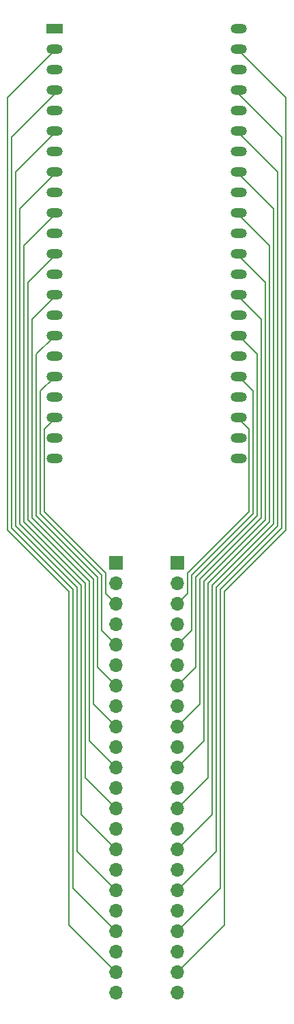
<source format=gbr>
%TF.GenerationSoftware,KiCad,Pcbnew,8.0.0*%
%TF.CreationDate,2024-02-24T18:53:26+01:00*%
%TF.ProjectId,ESP32-S3-Breadboard-Adapter,45535033-322d-4533-932d-427265616462,rev?*%
%TF.SameCoordinates,Original*%
%TF.FileFunction,Copper,L2,Bot*%
%TF.FilePolarity,Positive*%
%FSLAX46Y46*%
G04 Gerber Fmt 4.6, Leading zero omitted, Abs format (unit mm)*
G04 Created by KiCad (PCBNEW 8.0.0) date 2024-02-24 18:53:26*
%MOMM*%
%LPD*%
G01*
G04 APERTURE LIST*
%TA.AperFunction,ComponentPad*%
%ADD10R,2.000000X1.200000*%
%TD*%
%TA.AperFunction,ComponentPad*%
%ADD11O,2.000000X1.200000*%
%TD*%
%TA.AperFunction,ComponentPad*%
%ADD12R,1.700000X1.700000*%
%TD*%
%TA.AperFunction,ComponentPad*%
%ADD13O,1.700000X1.700000*%
%TD*%
%TA.AperFunction,Conductor*%
%ADD14C,0.200000*%
%TD*%
G04 APERTURE END LIST*
D10*
%TO.P,REF\u002A\u002A,1*%
%TO.N,N/C*%
X127003680Y-42928720D03*
D11*
%TO.P,REF\u002A\u002A,2*%
X127003680Y-45468720D03*
%TO.P,REF\u002A\u002A,3*%
X127003680Y-48008720D03*
%TO.P,REF\u002A\u002A,4*%
X127003680Y-50548720D03*
%TO.P,REF\u002A\u002A,5*%
X127003680Y-53088720D03*
%TO.P,REF\u002A\u002A,6*%
X127003680Y-55628720D03*
%TO.P,REF\u002A\u002A,7*%
X127003680Y-58168720D03*
%TO.P,REF\u002A\u002A,8*%
X127003680Y-60708720D03*
%TO.P,REF\u002A\u002A,9*%
X127003680Y-63248720D03*
%TO.P,REF\u002A\u002A,10*%
X127003680Y-65788720D03*
%TO.P,REF\u002A\u002A,11*%
X127003680Y-68328720D03*
%TO.P,REF\u002A\u002A,12*%
X127003680Y-70868720D03*
%TO.P,REF\u002A\u002A,13*%
X127003680Y-73408720D03*
%TO.P,REF\u002A\u002A,14*%
X127003680Y-75948720D03*
%TO.P,REF\u002A\u002A,15*%
X127003680Y-78488720D03*
%TO.P,REF\u002A\u002A,16*%
X127003680Y-81028720D03*
%TO.P,REF\u002A\u002A,17*%
X127003680Y-83568720D03*
%TO.P,REF\u002A\u002A,18*%
X127003680Y-86108720D03*
%TO.P,REF\u002A\u002A,19*%
X127003680Y-88648720D03*
%TO.P,REF\u002A\u002A,20*%
X127000000Y-91186000D03*
%TO.P,REF\u002A\u002A,21*%
X127000000Y-93726000D03*
%TO.P,REF\u002A\u002A,22*%
X127000000Y-96266000D03*
%TO.P,REF\u002A\u002A,23*%
X149863680Y-96268720D03*
%TO.P,REF\u002A\u002A,24*%
X149863680Y-93728720D03*
%TO.P,REF\u002A\u002A,25*%
X149863680Y-91188720D03*
%TO.P,REF\u002A\u002A,26*%
X149863680Y-88648720D03*
%TO.P,REF\u002A\u002A,27*%
X149863680Y-86108720D03*
%TO.P,REF\u002A\u002A,28*%
X149863680Y-83568720D03*
%TO.P,REF\u002A\u002A,29*%
X149863680Y-81028720D03*
%TO.P,REF\u002A\u002A,30*%
X149863680Y-78488720D03*
%TO.P,REF\u002A\u002A,31*%
X149863680Y-75948720D03*
%TO.P,REF\u002A\u002A,32*%
X149863680Y-73408720D03*
%TO.P,REF\u002A\u002A,33*%
X149863680Y-70868720D03*
%TO.P,REF\u002A\u002A,34*%
X149863680Y-68328720D03*
%TO.P,REF\u002A\u002A,35*%
X149863680Y-65788720D03*
%TO.P,REF\u002A\u002A,36*%
X149863680Y-63248720D03*
%TO.P,REF\u002A\u002A,37*%
X149863680Y-60708720D03*
%TO.P,REF\u002A\u002A,38*%
X149863680Y-58168720D03*
%TO.P,REF\u002A\u002A,39*%
X149863680Y-55628720D03*
%TO.P,REF\u002A\u002A,40*%
X149863680Y-53088720D03*
%TO.P,REF\u002A\u002A,41*%
X149863680Y-50548720D03*
%TO.P,REF\u002A\u002A,42*%
X149863680Y-48008720D03*
%TO.P,REF\u002A\u002A,43*%
X149863680Y-45468720D03*
%TO.P,REF\u002A\u002A,44*%
X149863680Y-42928720D03*
%TD*%
D12*
%TO.P,REF\u002A\u002A,1*%
%TO.N,N/C*%
X142240000Y-109220000D03*
D13*
%TO.P,REF\u002A\u002A,2*%
X142240000Y-111760000D03*
%TO.P,REF\u002A\u002A,3*%
X142240000Y-114300000D03*
%TO.P,REF\u002A\u002A,4*%
X142240000Y-116840000D03*
%TO.P,REF\u002A\u002A,5*%
X142240000Y-119380000D03*
%TO.P,REF\u002A\u002A,6*%
X142240000Y-121920000D03*
%TO.P,REF\u002A\u002A,7*%
X142240000Y-124460000D03*
%TO.P,REF\u002A\u002A,8*%
X142240000Y-127000000D03*
%TO.P,REF\u002A\u002A,9*%
X142240000Y-129540000D03*
%TO.P,REF\u002A\u002A,10*%
X142240000Y-132080000D03*
%TO.P,REF\u002A\u002A,11*%
X142240000Y-134620000D03*
%TO.P,REF\u002A\u002A,12*%
X142240000Y-137160000D03*
%TO.P,REF\u002A\u002A,13*%
X142240000Y-139700000D03*
%TO.P,REF\u002A\u002A,14*%
X142240000Y-142240000D03*
%TO.P,REF\u002A\u002A,15*%
X142240000Y-144780000D03*
%TO.P,REF\u002A\u002A,16*%
X142240000Y-147320000D03*
%TO.P,REF\u002A\u002A,17*%
X142240000Y-149860000D03*
%TO.P,REF\u002A\u002A,18*%
X142240000Y-152400000D03*
%TO.P,REF\u002A\u002A,19*%
X142240000Y-154940000D03*
%TO.P,REF\u002A\u002A,20*%
X142240000Y-157480000D03*
%TO.P,REF\u002A\u002A,21*%
X142240000Y-160020000D03*
%TO.P,REF\u002A\u002A,22*%
X142240000Y-162560000D03*
%TD*%
D12*
%TO.P,REF\u002A\u002A,1*%
%TO.N,N/C*%
X134620000Y-109220000D03*
D13*
%TO.P,REF\u002A\u002A,2*%
X134620000Y-111760000D03*
%TO.P,REF\u002A\u002A,3*%
X134620000Y-114300000D03*
%TO.P,REF\u002A\u002A,4*%
X134620000Y-116840000D03*
%TO.P,REF\u002A\u002A,5*%
X134620000Y-119380000D03*
%TO.P,REF\u002A\u002A,6*%
X134620000Y-121920000D03*
%TO.P,REF\u002A\u002A,7*%
X134620000Y-124460000D03*
%TO.P,REF\u002A\u002A,8*%
X134620000Y-127000000D03*
%TO.P,REF\u002A\u002A,9*%
X134620000Y-129540000D03*
%TO.P,REF\u002A\u002A,10*%
X134620000Y-132080000D03*
%TO.P,REF\u002A\u002A,11*%
X134620000Y-134620000D03*
%TO.P,REF\u002A\u002A,12*%
X134620000Y-137160000D03*
%TO.P,REF\u002A\u002A,13*%
X134620000Y-139700000D03*
%TO.P,REF\u002A\u002A,14*%
X134620000Y-142240000D03*
%TO.P,REF\u002A\u002A,15*%
X134620000Y-144780000D03*
%TO.P,REF\u002A\u002A,16*%
X134620000Y-147320000D03*
%TO.P,REF\u002A\u002A,17*%
X134620000Y-149860000D03*
%TO.P,REF\u002A\u002A,18*%
X134620000Y-152400000D03*
%TO.P,REF\u002A\u002A,19*%
X134620000Y-154940000D03*
%TO.P,REF\u002A\u002A,20*%
X134620000Y-157480000D03*
%TO.P,REF\u002A\u002A,21*%
X134620000Y-160020000D03*
%TO.P,REF\u002A\u002A,22*%
X134620000Y-162560000D03*
%TD*%
D14*
%TO.N,*%
X142240000Y-124460000D02*
X144526000Y-122174000D01*
X134620000Y-144780000D02*
X130302000Y-140462000D01*
X131318000Y-111506000D02*
X131318000Y-131318000D01*
X134620000Y-129540000D02*
X131826000Y-126746000D01*
X153162000Y-74422000D02*
X153162000Y-103886000D01*
X155194000Y-56388000D02*
X149860000Y-51054000D01*
X142240000Y-144780000D02*
X146558000Y-140462000D01*
X149860000Y-91344160D02*
X151130000Y-92614160D01*
X126841840Y-81184160D02*
X127000000Y-81184160D01*
X134620000Y-149860000D02*
X129794000Y-145034000D01*
X152146000Y-83312000D02*
X150018160Y-81184160D01*
X155194000Y-104902000D02*
X155194000Y-56388000D01*
X129794000Y-112268000D02*
X122174000Y-104648000D01*
X155702000Y-105156000D02*
X155702000Y-51465200D01*
X123698000Y-74422000D02*
X123698000Y-103886000D01*
X134620000Y-139700000D02*
X130810000Y-135890000D01*
X127000000Y-51054000D02*
X127000000Y-50704160D01*
X146050000Y-111760000D02*
X153670000Y-104140000D01*
X144018000Y-117602000D02*
X144018000Y-110744000D01*
X130302000Y-140462000D02*
X130302000Y-112014000D01*
X142240000Y-119380000D02*
X144018000Y-117602000D01*
X127000000Y-55880000D02*
X127000000Y-55784160D01*
X134620000Y-124460000D02*
X132334000Y-122174000D01*
X152146000Y-103378000D02*
X152146000Y-83312000D01*
X152654000Y-103632000D02*
X152654000Y-78994000D01*
X147066000Y-145034000D02*
X147066000Y-112268000D01*
X127000000Y-65944160D02*
X127000000Y-66040000D01*
X149860000Y-66040000D02*
X153670000Y-69850000D01*
X147574000Y-149606000D02*
X147574000Y-112522000D01*
X149860000Y-71024160D02*
X149860000Y-71120000D01*
X149860000Y-51054000D02*
X149860000Y-50704160D01*
X130302000Y-112014000D02*
X122682000Y-104394000D01*
X148082000Y-154178000D02*
X148082000Y-112776000D01*
X142240000Y-149860000D02*
X147066000Y-145034000D01*
X153670000Y-104140000D02*
X153670000Y-69850000D01*
X151130000Y-102870000D02*
X143510000Y-110490000D01*
X121666000Y-104902000D02*
X121666000Y-56388000D01*
X129286000Y-112522000D02*
X121666000Y-104902000D01*
X122174000Y-104648000D02*
X122174000Y-60706000D01*
X130810000Y-135890000D02*
X130810000Y-111760000D01*
X131826000Y-126746000D02*
X131826000Y-111252000D01*
X125222000Y-103124000D02*
X125222000Y-87884000D01*
X127000000Y-71024160D02*
X127000000Y-71120000D01*
X129794000Y-145034000D02*
X129794000Y-112268000D01*
X153162000Y-103886000D02*
X145542000Y-111506000D01*
X125730000Y-92614160D02*
X125730000Y-102870000D01*
X144018000Y-110744000D02*
X151638000Y-103124000D01*
X144526000Y-110998000D02*
X152146000Y-103378000D01*
X147066000Y-112268000D02*
X154686000Y-104648000D01*
X122682000Y-65278000D02*
X127000000Y-60960000D01*
X142240000Y-160020000D02*
X148082000Y-154178000D01*
X127000000Y-91344160D02*
X125730000Y-92614160D01*
X150018160Y-86264160D02*
X149860000Y-86264160D01*
X124206000Y-103632000D02*
X124206000Y-78994000D01*
X132842000Y-110744000D02*
X125222000Y-103124000D01*
X149860000Y-60960000D02*
X149860000Y-60864160D01*
X121158000Y-105156000D02*
X121158000Y-51465200D01*
X154178000Y-65278000D02*
X149860000Y-60960000D01*
X128778000Y-112776000D02*
X121158000Y-105156000D01*
X149860000Y-71120000D02*
X153162000Y-74422000D01*
X131318000Y-131318000D02*
X134620000Y-134620000D01*
X143510000Y-110490000D02*
X143510000Y-113030000D01*
X127000000Y-60960000D02*
X127000000Y-60864160D01*
X155702000Y-51465200D02*
X149863680Y-45626880D01*
X121666000Y-56388000D02*
X127000000Y-51054000D01*
X122174000Y-60706000D02*
X127000000Y-55880000D01*
X149860000Y-55880000D02*
X149860000Y-55784160D01*
X121158000Y-51465200D02*
X126996320Y-45626880D01*
X125730000Y-102870000D02*
X133350000Y-110490000D01*
X145034000Y-111252000D02*
X152654000Y-103632000D01*
X127000000Y-66040000D02*
X123190000Y-69850000D01*
X122682000Y-104394000D02*
X122682000Y-65278000D01*
X124714000Y-103378000D02*
X124714000Y-83312000D01*
X124206000Y-78994000D02*
X127000000Y-76200000D01*
X129286000Y-149606000D02*
X129286000Y-112522000D01*
X142240000Y-154940000D02*
X147574000Y-149606000D01*
X154686000Y-60706000D02*
X149860000Y-55880000D01*
X146050000Y-135890000D02*
X146050000Y-111760000D01*
X146558000Y-140462000D02*
X146558000Y-112014000D01*
X132334000Y-110998000D02*
X124714000Y-103378000D01*
X123698000Y-103886000D02*
X131318000Y-111506000D01*
X126841840Y-86264160D02*
X127000000Y-86264160D01*
X145542000Y-131318000D02*
X142240000Y-134620000D01*
X154686000Y-104648000D02*
X154686000Y-60706000D01*
X147574000Y-112522000D02*
X155194000Y-104902000D01*
X150018160Y-81184160D02*
X149860000Y-81184160D01*
X146558000Y-112014000D02*
X154178000Y-104394000D01*
X142240000Y-139700000D02*
X146050000Y-135890000D01*
X133350000Y-113030000D02*
X134620000Y-114300000D01*
X145542000Y-111506000D02*
X145542000Y-131318000D01*
X125222000Y-87884000D02*
X126841840Y-86264160D01*
X154178000Y-104394000D02*
X154178000Y-65278000D01*
X142240000Y-129540000D02*
X145034000Y-126746000D01*
X130810000Y-111760000D02*
X123190000Y-104140000D01*
X131826000Y-111252000D02*
X124206000Y-103632000D01*
X152654000Y-78994000D02*
X149860000Y-76200000D01*
X134620000Y-119380000D02*
X132842000Y-117602000D01*
X127000000Y-71120000D02*
X123698000Y-74422000D01*
X151130000Y-92614160D02*
X151130000Y-102870000D01*
X144526000Y-122174000D02*
X144526000Y-110998000D01*
X143510000Y-113030000D02*
X142240000Y-114300000D01*
X149860000Y-76200000D02*
X149860000Y-76104160D01*
X123190000Y-104140000D02*
X123190000Y-69850000D01*
X134620000Y-160020000D02*
X128778000Y-154178000D01*
X132334000Y-122174000D02*
X132334000Y-110998000D01*
X124714000Y-83312000D02*
X126841840Y-81184160D01*
X128778000Y-154178000D02*
X128778000Y-112776000D01*
X127000000Y-76200000D02*
X127000000Y-76104160D01*
X151638000Y-87884000D02*
X150018160Y-86264160D01*
X145034000Y-126746000D02*
X145034000Y-111252000D01*
X151638000Y-103124000D02*
X151638000Y-87884000D01*
X134620000Y-154940000D02*
X129286000Y-149606000D01*
X149860000Y-65944160D02*
X149860000Y-66040000D01*
X148082000Y-112776000D02*
X155702000Y-105156000D01*
X133350000Y-110490000D02*
X133350000Y-113030000D01*
X132842000Y-117602000D02*
X132842000Y-110744000D01*
%TD*%
M02*

</source>
